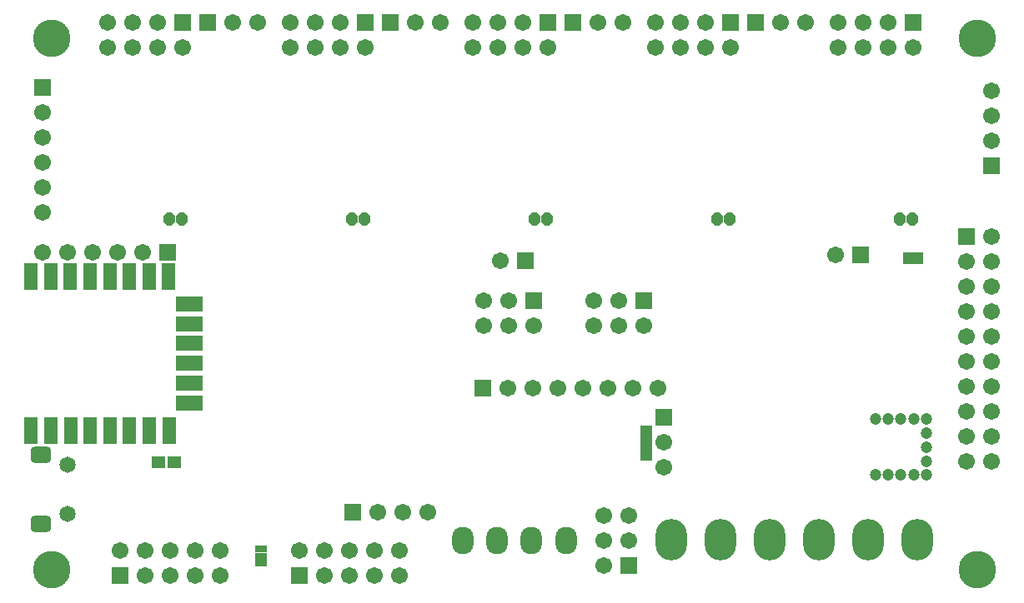
<source format=gbs>
G04 Layer_Color=16711935*
%FSLAX44Y44*%
%MOMM*%
G71*
G01*
G75*
%ADD148R,1.7032X1.7032*%
%ADD171C,1.7032*%
%ADD172R,1.7032X1.7032*%
%ADD173C,3.8032*%
G04:AMPARAMS|DCode=174|XSize=1.7032mm|YSize=2.1032mm|CornerRadius=0.4766mm|HoleSize=0mm|Usage=FLASHONLY|Rotation=270.000|XOffset=0mm|YOffset=0mm|HoleType=Round|Shape=RoundedRectangle|*
%AMROUNDEDRECTD174*
21,1,1.7032,1.1500,0,0,270.0*
21,1,0.7500,2.1032,0,0,270.0*
1,1,0.9532,-0.5750,-0.3750*
1,1,0.9532,-0.5750,0.3750*
1,1,0.9532,0.5750,0.3750*
1,1,0.9532,0.5750,-0.3750*
%
%ADD174ROUNDEDRECTD174*%
%ADD175C,1.6532*%
%ADD176C,1.2032*%
%ADD177O,2.2032X2.8032*%
%ADD178O,3.2032X4.2032*%
G04:AMPARAMS|DCode=179|XSize=1.1032mm|YSize=1.3032mm|CornerRadius=0mm|HoleSize=0mm|Usage=FLASHONLY|Rotation=180.000|XOffset=0mm|YOffset=0mm|HoleType=Round|Shape=Octagon|*
%AMOCTAGOND179*
4,1,8,0.2758,-0.6516,-0.2758,-0.6516,-0.5516,-0.3758,-0.5516,0.3758,-0.2758,0.6516,0.2758,0.6516,0.5516,0.3758,0.5516,-0.3758,0.2758,-0.6516,0.0*
%
%ADD179OCTAGOND179*%

%ADD180R,0.2000X1.2000*%
%ADD181R,1.3462X2.7432*%
%ADD182R,2.7432X1.6002*%
%ADD183R,0.7032X1.2032*%
%ADD184R,1.2032X0.7032*%
%ADD185R,1.2032X1.2032*%
D148*
X147320Y353060D02*
D03*
X467360Y214630D02*
D03*
X631190Y303530D02*
D03*
X335280Y88710D02*
D03*
X510540Y344440D02*
D03*
X904139Y586680D02*
D03*
X718719D02*
D03*
X533299D02*
D03*
X162459D02*
D03*
X347879D02*
D03*
X281338Y24100D02*
D03*
X99728D02*
D03*
X850900Y350520D02*
D03*
X744119Y586680D02*
D03*
X187860Y586680D02*
D03*
X373280D02*
D03*
X558700D02*
D03*
X519430Y303530D02*
D03*
D171*
X20320Y353060D02*
D03*
X121920D02*
D03*
X96520D02*
D03*
X71120D02*
D03*
X45720D02*
D03*
X590550Y34290D02*
D03*
X615950Y59690D02*
D03*
X590550D02*
D03*
X615950Y85090D02*
D03*
X590550D02*
D03*
X594360Y214630D02*
D03*
X492760D02*
D03*
X518160D02*
D03*
X543560D02*
D03*
X568960D02*
D03*
X619760D02*
D03*
X645160D02*
D03*
X631190Y278130D02*
D03*
X605790Y303530D02*
D03*
Y278130D02*
D03*
X580390Y303530D02*
D03*
Y278130D02*
D03*
X411480Y88710D02*
D03*
X386080D02*
D03*
X360680D02*
D03*
X984400Y517200D02*
D03*
Y491800D02*
D03*
Y466400D02*
D03*
X485140Y344440D02*
D03*
X904139Y561280D02*
D03*
X878739D02*
D03*
X853339D02*
D03*
X827939D02*
D03*
X878739Y586680D02*
D03*
X853339D02*
D03*
X827939D02*
D03*
X718719Y561280D02*
D03*
X693319D02*
D03*
X667919D02*
D03*
X642519D02*
D03*
X693319Y586680D02*
D03*
X667919D02*
D03*
X642519D02*
D03*
X533299Y561280D02*
D03*
X507899D02*
D03*
X482499D02*
D03*
X457099D02*
D03*
X507899Y586680D02*
D03*
X482499D02*
D03*
X457099D02*
D03*
X162459Y561280D02*
D03*
X137059D02*
D03*
X111659D02*
D03*
X86259D02*
D03*
X137059Y586680D02*
D03*
X111659D02*
D03*
X86259D02*
D03*
X347879Y561280D02*
D03*
X322479D02*
D03*
X297079D02*
D03*
X271679D02*
D03*
X322479Y586680D02*
D03*
X297079D02*
D03*
X271679D02*
D03*
X281338Y49500D02*
D03*
X306738Y24100D02*
D03*
Y49500D02*
D03*
X332138Y24100D02*
D03*
Y49500D02*
D03*
X357538Y24100D02*
D03*
Y49500D02*
D03*
X382938Y24100D02*
D03*
Y49500D02*
D03*
X99728D02*
D03*
X125128Y24100D02*
D03*
Y49500D02*
D03*
X150528Y24100D02*
D03*
Y49500D02*
D03*
X175928Y24100D02*
D03*
Y49500D02*
D03*
X201328Y24100D02*
D03*
Y49500D02*
D03*
X825500Y350520D02*
D03*
X984400Y216900D02*
D03*
X959000D02*
D03*
X984400Y242300D02*
D03*
X959000D02*
D03*
X984400Y267700D02*
D03*
X959000D02*
D03*
X984400Y293100D02*
D03*
X959000D02*
D03*
X984400Y318500D02*
D03*
X959000D02*
D03*
X984400Y343900D02*
D03*
X959000D02*
D03*
X984400Y369300D02*
D03*
X959000Y191500D02*
D03*
X984400D02*
D03*
Y166100D02*
D03*
X959000D02*
D03*
Y140700D02*
D03*
X984400D02*
D03*
X769519Y586680D02*
D03*
X794919D02*
D03*
X651510Y160020D02*
D03*
Y134620D02*
D03*
X213260Y586680D02*
D03*
X238660D02*
D03*
X398680D02*
D03*
X424080D02*
D03*
X584100D02*
D03*
X609500D02*
D03*
X20320Y393700D02*
D03*
Y495300D02*
D03*
Y469900D02*
D03*
Y444500D02*
D03*
Y419100D02*
D03*
X519430Y278130D02*
D03*
X494030Y303530D02*
D03*
Y278130D02*
D03*
X468630Y303530D02*
D03*
Y278130D02*
D03*
D172*
X615950Y34290D02*
D03*
X984400Y441000D02*
D03*
X959000Y369300D02*
D03*
X651510Y185420D02*
D03*
X20320Y520700D02*
D03*
D173*
X970000Y30000D02*
D03*
X30000D02*
D03*
X970000Y570000D02*
D03*
X30000D02*
D03*
D174*
X19000Y77000D02*
D03*
Y147000D02*
D03*
D175*
X46000Y87000D02*
D03*
Y137000D02*
D03*
D176*
X918020Y155004D02*
D03*
X905066Y126429D02*
D03*
X866204D02*
D03*
X905066Y183579D02*
D03*
X866204D02*
D03*
X918020Y126429D02*
D03*
X879158D02*
D03*
X918020Y140717D02*
D03*
Y169292D02*
D03*
Y183579D02*
D03*
X879158D02*
D03*
X892112Y126429D02*
D03*
Y183579D02*
D03*
D177*
X447050Y60000D02*
D03*
X482050D02*
D03*
X517049D02*
D03*
X552050D02*
D03*
D178*
X658730Y61000D02*
D03*
X708730D02*
D03*
X808730D02*
D03*
X758730D02*
D03*
X858730D02*
D03*
X908730D02*
D03*
D179*
X162200Y386500D02*
D03*
X149500D02*
D03*
X347620D02*
D03*
X334920D02*
D03*
X533085Y386545D02*
D03*
X520385D02*
D03*
X718505D02*
D03*
X705805D02*
D03*
X903925D02*
D03*
X891225D02*
D03*
D180*
X138000Y139500D02*
D03*
X154664D02*
D03*
D181*
X8916Y171906D02*
D03*
X28728D02*
D03*
X49048D02*
D03*
X68860D02*
D03*
X88926D02*
D03*
X108992Y171652D02*
D03*
X128804D02*
D03*
X148616Y327862D02*
D03*
X108738D02*
D03*
X88926D02*
D03*
X68606D02*
D03*
X48794D02*
D03*
X28728D02*
D03*
X8916D02*
D03*
X148870Y171652D02*
D03*
X128550Y327862D02*
D03*
D182*
X169444Y199846D02*
D03*
Y220166D02*
D03*
Y239978D02*
D03*
Y260298D02*
D03*
Y280110D02*
D03*
Y299922D02*
D03*
D183*
X141500Y139500D02*
D03*
X134500D02*
D03*
X151164D02*
D03*
X158164D02*
D03*
X911500Y346500D02*
D03*
X897500D02*
D03*
X904500D02*
D03*
D184*
X242000Y44182D02*
D03*
Y51182D02*
D03*
Y37182D02*
D03*
D185*
X633200Y159200D02*
D03*
Y171200D02*
D03*
Y147200D02*
D03*
M02*

</source>
